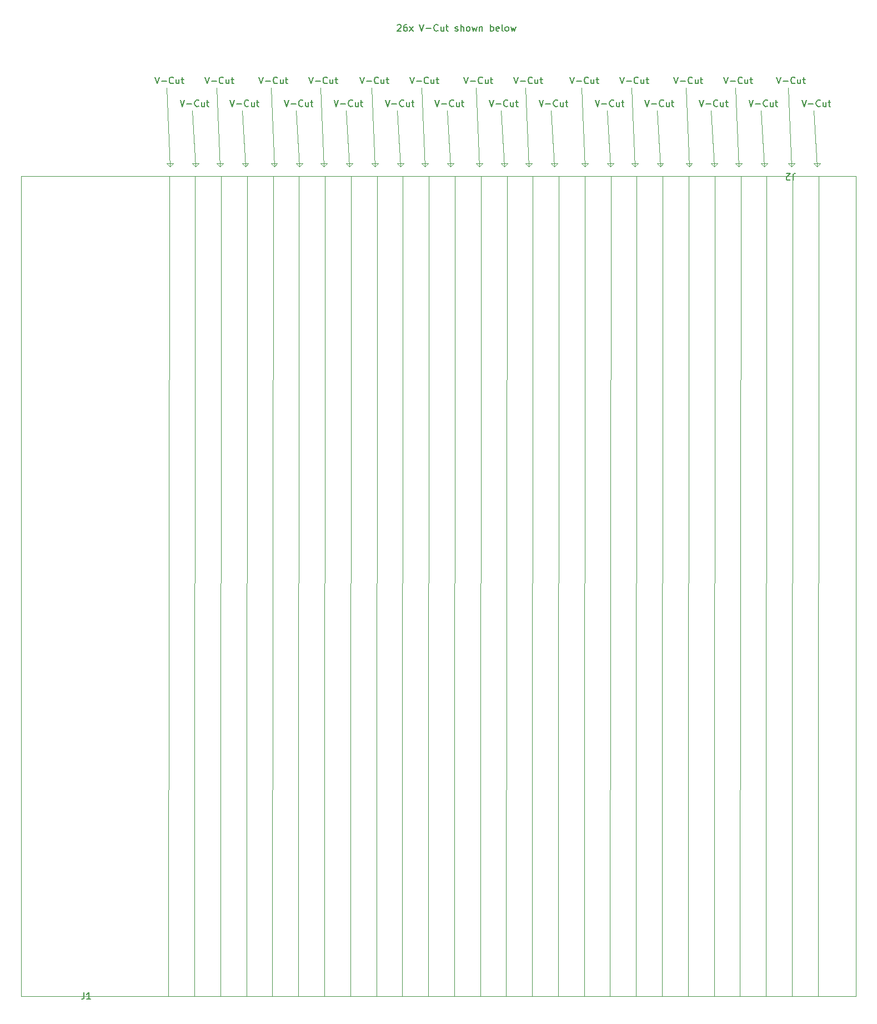
<source format=gbr>
%TF.GenerationSoftware,KiCad,Pcbnew,9.0.2*%
%TF.CreationDate,2025-08-03T14:20:54-04:00*%
%TF.ProjectId,hp_extension,68705f65-7874-4656-9e73-696f6e2e6b69,AA*%
%TF.SameCoordinates,Original*%
%TF.FileFunction,AssemblyDrawing,Top*%
%FSLAX46Y46*%
G04 Gerber Fmt 4.6, Leading zero omitted, Abs format (unit mm)*
G04 Created by KiCad (PCBNEW 9.0.2) date 2025-08-03 14:20:54*
%MOMM*%
%LPD*%
G01*
G04 APERTURE LIST*
%ADD10C,0.150000*%
%ADD11C,0.100000*%
G04 APERTURE END LIST*
D10*
X96639160Y-21495057D02*
X96686779Y-21447438D01*
X96686779Y-21447438D02*
X96782017Y-21399819D01*
X96782017Y-21399819D02*
X97020112Y-21399819D01*
X97020112Y-21399819D02*
X97115350Y-21447438D01*
X97115350Y-21447438D02*
X97162969Y-21495057D01*
X97162969Y-21495057D02*
X97210588Y-21590295D01*
X97210588Y-21590295D02*
X97210588Y-21685533D01*
X97210588Y-21685533D02*
X97162969Y-21828390D01*
X97162969Y-21828390D02*
X96591541Y-22399819D01*
X96591541Y-22399819D02*
X97210588Y-22399819D01*
X98067731Y-21399819D02*
X97877255Y-21399819D01*
X97877255Y-21399819D02*
X97782017Y-21447438D01*
X97782017Y-21447438D02*
X97734398Y-21495057D01*
X97734398Y-21495057D02*
X97639160Y-21637914D01*
X97639160Y-21637914D02*
X97591541Y-21828390D01*
X97591541Y-21828390D02*
X97591541Y-22209342D01*
X97591541Y-22209342D02*
X97639160Y-22304580D01*
X97639160Y-22304580D02*
X97686779Y-22352200D01*
X97686779Y-22352200D02*
X97782017Y-22399819D01*
X97782017Y-22399819D02*
X97972493Y-22399819D01*
X97972493Y-22399819D02*
X98067731Y-22352200D01*
X98067731Y-22352200D02*
X98115350Y-22304580D01*
X98115350Y-22304580D02*
X98162969Y-22209342D01*
X98162969Y-22209342D02*
X98162969Y-21971247D01*
X98162969Y-21971247D02*
X98115350Y-21876009D01*
X98115350Y-21876009D02*
X98067731Y-21828390D01*
X98067731Y-21828390D02*
X97972493Y-21780771D01*
X97972493Y-21780771D02*
X97782017Y-21780771D01*
X97782017Y-21780771D02*
X97686779Y-21828390D01*
X97686779Y-21828390D02*
X97639160Y-21876009D01*
X97639160Y-21876009D02*
X97591541Y-21971247D01*
X98496303Y-22399819D02*
X99020112Y-21733152D01*
X98496303Y-21733152D02*
X99020112Y-22399819D01*
X100020113Y-21399819D02*
X100353446Y-22399819D01*
X100353446Y-22399819D02*
X100686779Y-21399819D01*
X101020113Y-22018866D02*
X101782018Y-22018866D01*
X102829636Y-22304580D02*
X102782017Y-22352200D01*
X102782017Y-22352200D02*
X102639160Y-22399819D01*
X102639160Y-22399819D02*
X102543922Y-22399819D01*
X102543922Y-22399819D02*
X102401065Y-22352200D01*
X102401065Y-22352200D02*
X102305827Y-22256961D01*
X102305827Y-22256961D02*
X102258208Y-22161723D01*
X102258208Y-22161723D02*
X102210589Y-21971247D01*
X102210589Y-21971247D02*
X102210589Y-21828390D01*
X102210589Y-21828390D02*
X102258208Y-21637914D01*
X102258208Y-21637914D02*
X102305827Y-21542676D01*
X102305827Y-21542676D02*
X102401065Y-21447438D01*
X102401065Y-21447438D02*
X102543922Y-21399819D01*
X102543922Y-21399819D02*
X102639160Y-21399819D01*
X102639160Y-21399819D02*
X102782017Y-21447438D01*
X102782017Y-21447438D02*
X102829636Y-21495057D01*
X103686779Y-21733152D02*
X103686779Y-22399819D01*
X103258208Y-21733152D02*
X103258208Y-22256961D01*
X103258208Y-22256961D02*
X103305827Y-22352200D01*
X103305827Y-22352200D02*
X103401065Y-22399819D01*
X103401065Y-22399819D02*
X103543922Y-22399819D01*
X103543922Y-22399819D02*
X103639160Y-22352200D01*
X103639160Y-22352200D02*
X103686779Y-22304580D01*
X104020113Y-21733152D02*
X104401065Y-21733152D01*
X104162970Y-21399819D02*
X104162970Y-22256961D01*
X104162970Y-22256961D02*
X104210589Y-22352200D01*
X104210589Y-22352200D02*
X104305827Y-22399819D01*
X104305827Y-22399819D02*
X104401065Y-22399819D01*
X105448685Y-22352200D02*
X105543923Y-22399819D01*
X105543923Y-22399819D02*
X105734399Y-22399819D01*
X105734399Y-22399819D02*
X105829637Y-22352200D01*
X105829637Y-22352200D02*
X105877256Y-22256961D01*
X105877256Y-22256961D02*
X105877256Y-22209342D01*
X105877256Y-22209342D02*
X105829637Y-22114104D01*
X105829637Y-22114104D02*
X105734399Y-22066485D01*
X105734399Y-22066485D02*
X105591542Y-22066485D01*
X105591542Y-22066485D02*
X105496304Y-22018866D01*
X105496304Y-22018866D02*
X105448685Y-21923628D01*
X105448685Y-21923628D02*
X105448685Y-21876009D01*
X105448685Y-21876009D02*
X105496304Y-21780771D01*
X105496304Y-21780771D02*
X105591542Y-21733152D01*
X105591542Y-21733152D02*
X105734399Y-21733152D01*
X105734399Y-21733152D02*
X105829637Y-21780771D01*
X106305828Y-22399819D02*
X106305828Y-21399819D01*
X106734399Y-22399819D02*
X106734399Y-21876009D01*
X106734399Y-21876009D02*
X106686780Y-21780771D01*
X106686780Y-21780771D02*
X106591542Y-21733152D01*
X106591542Y-21733152D02*
X106448685Y-21733152D01*
X106448685Y-21733152D02*
X106353447Y-21780771D01*
X106353447Y-21780771D02*
X106305828Y-21828390D01*
X107353447Y-22399819D02*
X107258209Y-22352200D01*
X107258209Y-22352200D02*
X107210590Y-22304580D01*
X107210590Y-22304580D02*
X107162971Y-22209342D01*
X107162971Y-22209342D02*
X107162971Y-21923628D01*
X107162971Y-21923628D02*
X107210590Y-21828390D01*
X107210590Y-21828390D02*
X107258209Y-21780771D01*
X107258209Y-21780771D02*
X107353447Y-21733152D01*
X107353447Y-21733152D02*
X107496304Y-21733152D01*
X107496304Y-21733152D02*
X107591542Y-21780771D01*
X107591542Y-21780771D02*
X107639161Y-21828390D01*
X107639161Y-21828390D02*
X107686780Y-21923628D01*
X107686780Y-21923628D02*
X107686780Y-22209342D01*
X107686780Y-22209342D02*
X107639161Y-22304580D01*
X107639161Y-22304580D02*
X107591542Y-22352200D01*
X107591542Y-22352200D02*
X107496304Y-22399819D01*
X107496304Y-22399819D02*
X107353447Y-22399819D01*
X108020114Y-21733152D02*
X108210590Y-22399819D01*
X108210590Y-22399819D02*
X108401066Y-21923628D01*
X108401066Y-21923628D02*
X108591542Y-22399819D01*
X108591542Y-22399819D02*
X108782018Y-21733152D01*
X109162971Y-21733152D02*
X109162971Y-22399819D01*
X109162971Y-21828390D02*
X109210590Y-21780771D01*
X109210590Y-21780771D02*
X109305828Y-21733152D01*
X109305828Y-21733152D02*
X109448685Y-21733152D01*
X109448685Y-21733152D02*
X109543923Y-21780771D01*
X109543923Y-21780771D02*
X109591542Y-21876009D01*
X109591542Y-21876009D02*
X109591542Y-22399819D01*
X110829638Y-22399819D02*
X110829638Y-21399819D01*
X110829638Y-21780771D02*
X110924876Y-21733152D01*
X110924876Y-21733152D02*
X111115352Y-21733152D01*
X111115352Y-21733152D02*
X111210590Y-21780771D01*
X111210590Y-21780771D02*
X111258209Y-21828390D01*
X111258209Y-21828390D02*
X111305828Y-21923628D01*
X111305828Y-21923628D02*
X111305828Y-22209342D01*
X111305828Y-22209342D02*
X111258209Y-22304580D01*
X111258209Y-22304580D02*
X111210590Y-22352200D01*
X111210590Y-22352200D02*
X111115352Y-22399819D01*
X111115352Y-22399819D02*
X110924876Y-22399819D01*
X110924876Y-22399819D02*
X110829638Y-22352200D01*
X112115352Y-22352200D02*
X112020114Y-22399819D01*
X112020114Y-22399819D02*
X111829638Y-22399819D01*
X111829638Y-22399819D02*
X111734400Y-22352200D01*
X111734400Y-22352200D02*
X111686781Y-22256961D01*
X111686781Y-22256961D02*
X111686781Y-21876009D01*
X111686781Y-21876009D02*
X111734400Y-21780771D01*
X111734400Y-21780771D02*
X111829638Y-21733152D01*
X111829638Y-21733152D02*
X112020114Y-21733152D01*
X112020114Y-21733152D02*
X112115352Y-21780771D01*
X112115352Y-21780771D02*
X112162971Y-21876009D01*
X112162971Y-21876009D02*
X112162971Y-21971247D01*
X112162971Y-21971247D02*
X111686781Y-22066485D01*
X112734400Y-22399819D02*
X112639162Y-22352200D01*
X112639162Y-22352200D02*
X112591543Y-22256961D01*
X112591543Y-22256961D02*
X112591543Y-21399819D01*
X113258210Y-22399819D02*
X113162972Y-22352200D01*
X113162972Y-22352200D02*
X113115353Y-22304580D01*
X113115353Y-22304580D02*
X113067734Y-22209342D01*
X113067734Y-22209342D02*
X113067734Y-21923628D01*
X113067734Y-21923628D02*
X113115353Y-21828390D01*
X113115353Y-21828390D02*
X113162972Y-21780771D01*
X113162972Y-21780771D02*
X113258210Y-21733152D01*
X113258210Y-21733152D02*
X113401067Y-21733152D01*
X113401067Y-21733152D02*
X113496305Y-21780771D01*
X113496305Y-21780771D02*
X113543924Y-21828390D01*
X113543924Y-21828390D02*
X113591543Y-21923628D01*
X113591543Y-21923628D02*
X113591543Y-22209342D01*
X113591543Y-22209342D02*
X113543924Y-22304580D01*
X113543924Y-22304580D02*
X113496305Y-22352200D01*
X113496305Y-22352200D02*
X113401067Y-22399819D01*
X113401067Y-22399819D02*
X113258210Y-22399819D01*
X113924877Y-21733152D02*
X114115353Y-22399819D01*
X114115353Y-22399819D02*
X114305829Y-21923628D01*
X114305829Y-21923628D02*
X114496305Y-22399819D01*
X114496305Y-22399819D02*
X114686781Y-21733152D01*
D11*
X156750000Y-43030000D02*
X157250000Y-42530000D01*
D10*
X154443922Y-29399819D02*
X154777255Y-30399819D01*
X154777255Y-30399819D02*
X155110588Y-29399819D01*
X155443922Y-30018866D02*
X156205827Y-30018866D01*
X157253445Y-30304580D02*
X157205826Y-30352200D01*
X157205826Y-30352200D02*
X157062969Y-30399819D01*
X157062969Y-30399819D02*
X156967731Y-30399819D01*
X156967731Y-30399819D02*
X156824874Y-30352200D01*
X156824874Y-30352200D02*
X156729636Y-30256961D01*
X156729636Y-30256961D02*
X156682017Y-30161723D01*
X156682017Y-30161723D02*
X156634398Y-29971247D01*
X156634398Y-29971247D02*
X156634398Y-29828390D01*
X156634398Y-29828390D02*
X156682017Y-29637914D01*
X156682017Y-29637914D02*
X156729636Y-29542676D01*
X156729636Y-29542676D02*
X156824874Y-29447438D01*
X156824874Y-29447438D02*
X156967731Y-29399819D01*
X156967731Y-29399819D02*
X157062969Y-29399819D01*
X157062969Y-29399819D02*
X157205826Y-29447438D01*
X157205826Y-29447438D02*
X157253445Y-29495057D01*
X158110588Y-29733152D02*
X158110588Y-30399819D01*
X157682017Y-29733152D02*
X157682017Y-30256961D01*
X157682017Y-30256961D02*
X157729636Y-30352200D01*
X157729636Y-30352200D02*
X157824874Y-30399819D01*
X157824874Y-30399819D02*
X157967731Y-30399819D01*
X157967731Y-30399819D02*
X158062969Y-30352200D01*
X158062969Y-30352200D02*
X158110588Y-30304580D01*
X158443922Y-29733152D02*
X158824874Y-29733152D01*
X158586779Y-29399819D02*
X158586779Y-30256961D01*
X158586779Y-30256961D02*
X158634398Y-30352200D01*
X158634398Y-30352200D02*
X158729636Y-30399819D01*
X158729636Y-30399819D02*
X158824874Y-30399819D01*
D11*
X156250000Y-31030000D02*
X156750000Y-43030000D01*
X156250000Y-42530000D02*
X156750000Y-43030000D01*
D10*
X158293922Y-32899819D02*
X158627255Y-33899819D01*
X158627255Y-33899819D02*
X158960588Y-32899819D01*
X159293922Y-33518866D02*
X160055827Y-33518866D01*
X161103445Y-33804580D02*
X161055826Y-33852200D01*
X161055826Y-33852200D02*
X160912969Y-33899819D01*
X160912969Y-33899819D02*
X160817731Y-33899819D01*
X160817731Y-33899819D02*
X160674874Y-33852200D01*
X160674874Y-33852200D02*
X160579636Y-33756961D01*
X160579636Y-33756961D02*
X160532017Y-33661723D01*
X160532017Y-33661723D02*
X160484398Y-33471247D01*
X160484398Y-33471247D02*
X160484398Y-33328390D01*
X160484398Y-33328390D02*
X160532017Y-33137914D01*
X160532017Y-33137914D02*
X160579636Y-33042676D01*
X160579636Y-33042676D02*
X160674874Y-32947438D01*
X160674874Y-32947438D02*
X160817731Y-32899819D01*
X160817731Y-32899819D02*
X160912969Y-32899819D01*
X160912969Y-32899819D02*
X161055826Y-32947438D01*
X161055826Y-32947438D02*
X161103445Y-32995057D01*
X161960588Y-33233152D02*
X161960588Y-33899819D01*
X161532017Y-33233152D02*
X161532017Y-33756961D01*
X161532017Y-33756961D02*
X161579636Y-33852200D01*
X161579636Y-33852200D02*
X161674874Y-33899819D01*
X161674874Y-33899819D02*
X161817731Y-33899819D01*
X161817731Y-33899819D02*
X161912969Y-33852200D01*
X161912969Y-33852200D02*
X161960588Y-33804580D01*
X162293922Y-33233152D02*
X162674874Y-33233152D01*
X162436779Y-32899819D02*
X162436779Y-33756961D01*
X162436779Y-33756961D02*
X162484398Y-33852200D01*
X162484398Y-33852200D02*
X162579636Y-33899819D01*
X162579636Y-33899819D02*
X162674874Y-33899819D01*
D11*
X160600000Y-43030000D02*
X161100000Y-42530000D01*
X157250000Y-42530000D02*
X156250000Y-42530000D01*
X161100000Y-42530000D02*
X160100000Y-42530000D01*
X160100000Y-42530000D02*
X160600000Y-43030000D01*
X160100000Y-34530000D02*
X160600000Y-43030000D01*
X125250000Y-43030000D02*
X125750000Y-42530000D01*
X132350000Y-31030000D02*
X132850000Y-43030000D01*
X153050000Y-42530000D02*
X152050000Y-42530000D01*
X144450000Y-42530000D02*
X144950000Y-43030000D01*
X148200000Y-31030000D02*
X148700000Y-43030000D01*
X149200000Y-42530000D02*
X148200000Y-42530000D01*
X148700000Y-43030000D02*
X149200000Y-42530000D01*
X133350000Y-42530000D02*
X132350000Y-42530000D01*
X140600000Y-42530000D02*
X141100000Y-43030000D01*
X152050000Y-42530000D02*
X152550000Y-43030000D01*
D10*
X142643922Y-32899819D02*
X142977255Y-33899819D01*
X142977255Y-33899819D02*
X143310588Y-32899819D01*
X143643922Y-33518866D02*
X144405827Y-33518866D01*
X145453445Y-33804580D02*
X145405826Y-33852200D01*
X145405826Y-33852200D02*
X145262969Y-33899819D01*
X145262969Y-33899819D02*
X145167731Y-33899819D01*
X145167731Y-33899819D02*
X145024874Y-33852200D01*
X145024874Y-33852200D02*
X144929636Y-33756961D01*
X144929636Y-33756961D02*
X144882017Y-33661723D01*
X144882017Y-33661723D02*
X144834398Y-33471247D01*
X144834398Y-33471247D02*
X144834398Y-33328390D01*
X144834398Y-33328390D02*
X144882017Y-33137914D01*
X144882017Y-33137914D02*
X144929636Y-33042676D01*
X144929636Y-33042676D02*
X145024874Y-32947438D01*
X145024874Y-32947438D02*
X145167731Y-32899819D01*
X145167731Y-32899819D02*
X145262969Y-32899819D01*
X145262969Y-32899819D02*
X145405826Y-32947438D01*
X145405826Y-32947438D02*
X145453445Y-32995057D01*
X146310588Y-33233152D02*
X146310588Y-33899819D01*
X145882017Y-33233152D02*
X145882017Y-33756961D01*
X145882017Y-33756961D02*
X145929636Y-33852200D01*
X145929636Y-33852200D02*
X146024874Y-33899819D01*
X146024874Y-33899819D02*
X146167731Y-33899819D01*
X146167731Y-33899819D02*
X146262969Y-33852200D01*
X146262969Y-33852200D02*
X146310588Y-33804580D01*
X146643922Y-33233152D02*
X147024874Y-33233152D01*
X146786779Y-32899819D02*
X146786779Y-33756961D01*
X146786779Y-33756961D02*
X146834398Y-33852200D01*
X146834398Y-33852200D02*
X146929636Y-33899819D01*
X146929636Y-33899819D02*
X147024874Y-33899819D01*
D11*
X132350000Y-42530000D02*
X132850000Y-43030000D01*
X136200000Y-34530000D02*
X136700000Y-43030000D01*
D10*
X122943922Y-29399819D02*
X123277255Y-30399819D01*
X123277255Y-30399819D02*
X123610588Y-29399819D01*
X123943922Y-30018866D02*
X124705827Y-30018866D01*
X125753445Y-30304580D02*
X125705826Y-30352200D01*
X125705826Y-30352200D02*
X125562969Y-30399819D01*
X125562969Y-30399819D02*
X125467731Y-30399819D01*
X125467731Y-30399819D02*
X125324874Y-30352200D01*
X125324874Y-30352200D02*
X125229636Y-30256961D01*
X125229636Y-30256961D02*
X125182017Y-30161723D01*
X125182017Y-30161723D02*
X125134398Y-29971247D01*
X125134398Y-29971247D02*
X125134398Y-29828390D01*
X125134398Y-29828390D02*
X125182017Y-29637914D01*
X125182017Y-29637914D02*
X125229636Y-29542676D01*
X125229636Y-29542676D02*
X125324874Y-29447438D01*
X125324874Y-29447438D02*
X125467731Y-29399819D01*
X125467731Y-29399819D02*
X125562969Y-29399819D01*
X125562969Y-29399819D02*
X125705826Y-29447438D01*
X125705826Y-29447438D02*
X125753445Y-29495057D01*
X126610588Y-29733152D02*
X126610588Y-30399819D01*
X126182017Y-29733152D02*
X126182017Y-30256961D01*
X126182017Y-30256961D02*
X126229636Y-30352200D01*
X126229636Y-30352200D02*
X126324874Y-30399819D01*
X126324874Y-30399819D02*
X126467731Y-30399819D01*
X126467731Y-30399819D02*
X126562969Y-30352200D01*
X126562969Y-30352200D02*
X126610588Y-30304580D01*
X126943922Y-29733152D02*
X127324874Y-29733152D01*
X127086779Y-29399819D02*
X127086779Y-30256961D01*
X127086779Y-30256961D02*
X127134398Y-30352200D01*
X127134398Y-30352200D02*
X127229636Y-30399819D01*
X127229636Y-30399819D02*
X127324874Y-30399819D01*
X134393922Y-32899819D02*
X134727255Y-33899819D01*
X134727255Y-33899819D02*
X135060588Y-32899819D01*
X135393922Y-33518866D02*
X136155827Y-33518866D01*
X137203445Y-33804580D02*
X137155826Y-33852200D01*
X137155826Y-33852200D02*
X137012969Y-33899819D01*
X137012969Y-33899819D02*
X136917731Y-33899819D01*
X136917731Y-33899819D02*
X136774874Y-33852200D01*
X136774874Y-33852200D02*
X136679636Y-33756961D01*
X136679636Y-33756961D02*
X136632017Y-33661723D01*
X136632017Y-33661723D02*
X136584398Y-33471247D01*
X136584398Y-33471247D02*
X136584398Y-33328390D01*
X136584398Y-33328390D02*
X136632017Y-33137914D01*
X136632017Y-33137914D02*
X136679636Y-33042676D01*
X136679636Y-33042676D02*
X136774874Y-32947438D01*
X136774874Y-32947438D02*
X136917731Y-32899819D01*
X136917731Y-32899819D02*
X137012969Y-32899819D01*
X137012969Y-32899819D02*
X137155826Y-32947438D01*
X137155826Y-32947438D02*
X137203445Y-32995057D01*
X138060588Y-33233152D02*
X138060588Y-33899819D01*
X137632017Y-33233152D02*
X137632017Y-33756961D01*
X137632017Y-33756961D02*
X137679636Y-33852200D01*
X137679636Y-33852200D02*
X137774874Y-33899819D01*
X137774874Y-33899819D02*
X137917731Y-33899819D01*
X137917731Y-33899819D02*
X138012969Y-33852200D01*
X138012969Y-33852200D02*
X138060588Y-33804580D01*
X138393922Y-33233152D02*
X138774874Y-33233152D01*
X138536779Y-32899819D02*
X138536779Y-33756961D01*
X138536779Y-33756961D02*
X138584398Y-33852200D01*
X138584398Y-33852200D02*
X138679636Y-33899819D01*
X138679636Y-33899819D02*
X138774874Y-33899819D01*
D11*
X124750000Y-31030000D02*
X125250000Y-43030000D01*
X124750000Y-42530000D02*
X125250000Y-43030000D01*
D10*
X150243922Y-32899819D02*
X150577255Y-33899819D01*
X150577255Y-33899819D02*
X150910588Y-32899819D01*
X151243922Y-33518866D02*
X152005827Y-33518866D01*
X153053445Y-33804580D02*
X153005826Y-33852200D01*
X153005826Y-33852200D02*
X152862969Y-33899819D01*
X152862969Y-33899819D02*
X152767731Y-33899819D01*
X152767731Y-33899819D02*
X152624874Y-33852200D01*
X152624874Y-33852200D02*
X152529636Y-33756961D01*
X152529636Y-33756961D02*
X152482017Y-33661723D01*
X152482017Y-33661723D02*
X152434398Y-33471247D01*
X152434398Y-33471247D02*
X152434398Y-33328390D01*
X152434398Y-33328390D02*
X152482017Y-33137914D01*
X152482017Y-33137914D02*
X152529636Y-33042676D01*
X152529636Y-33042676D02*
X152624874Y-32947438D01*
X152624874Y-32947438D02*
X152767731Y-32899819D01*
X152767731Y-32899819D02*
X152862969Y-32899819D01*
X152862969Y-32899819D02*
X153005826Y-32947438D01*
X153005826Y-32947438D02*
X153053445Y-32995057D01*
X153910588Y-33233152D02*
X153910588Y-33899819D01*
X153482017Y-33233152D02*
X153482017Y-33756961D01*
X153482017Y-33756961D02*
X153529636Y-33852200D01*
X153529636Y-33852200D02*
X153624874Y-33899819D01*
X153624874Y-33899819D02*
X153767731Y-33899819D01*
X153767731Y-33899819D02*
X153862969Y-33852200D01*
X153862969Y-33852200D02*
X153910588Y-33804580D01*
X154243922Y-33233152D02*
X154624874Y-33233152D01*
X154386779Y-32899819D02*
X154386779Y-33756961D01*
X154386779Y-33756961D02*
X154434398Y-33852200D01*
X154434398Y-33852200D02*
X154529636Y-33899819D01*
X154529636Y-33899819D02*
X154624874Y-33899819D01*
D11*
X140600000Y-31030000D02*
X141100000Y-43030000D01*
X136200000Y-42530000D02*
X136700000Y-43030000D01*
X141100000Y-43030000D02*
X141600000Y-42530000D01*
D10*
X126793922Y-32899819D02*
X127127255Y-33899819D01*
X127127255Y-33899819D02*
X127460588Y-32899819D01*
X127793922Y-33518866D02*
X128555827Y-33518866D01*
X129603445Y-33804580D02*
X129555826Y-33852200D01*
X129555826Y-33852200D02*
X129412969Y-33899819D01*
X129412969Y-33899819D02*
X129317731Y-33899819D01*
X129317731Y-33899819D02*
X129174874Y-33852200D01*
X129174874Y-33852200D02*
X129079636Y-33756961D01*
X129079636Y-33756961D02*
X129032017Y-33661723D01*
X129032017Y-33661723D02*
X128984398Y-33471247D01*
X128984398Y-33471247D02*
X128984398Y-33328390D01*
X128984398Y-33328390D02*
X129032017Y-33137914D01*
X129032017Y-33137914D02*
X129079636Y-33042676D01*
X129079636Y-33042676D02*
X129174874Y-32947438D01*
X129174874Y-32947438D02*
X129317731Y-32899819D01*
X129317731Y-32899819D02*
X129412969Y-32899819D01*
X129412969Y-32899819D02*
X129555826Y-32947438D01*
X129555826Y-32947438D02*
X129603445Y-32995057D01*
X130460588Y-33233152D02*
X130460588Y-33899819D01*
X130032017Y-33233152D02*
X130032017Y-33756961D01*
X130032017Y-33756961D02*
X130079636Y-33852200D01*
X130079636Y-33852200D02*
X130174874Y-33899819D01*
X130174874Y-33899819D02*
X130317731Y-33899819D01*
X130317731Y-33899819D02*
X130412969Y-33852200D01*
X130412969Y-33852200D02*
X130460588Y-33804580D01*
X130793922Y-33233152D02*
X131174874Y-33233152D01*
X130936779Y-32899819D02*
X130936779Y-33756961D01*
X130936779Y-33756961D02*
X130984398Y-33852200D01*
X130984398Y-33852200D02*
X131079636Y-33899819D01*
X131079636Y-33899819D02*
X131174874Y-33899819D01*
D11*
X129100000Y-43030000D02*
X129600000Y-42530000D01*
X125750000Y-42530000D02*
X124750000Y-42530000D01*
D10*
X146393922Y-29399819D02*
X146727255Y-30399819D01*
X146727255Y-30399819D02*
X147060588Y-29399819D01*
X147393922Y-30018866D02*
X148155827Y-30018866D01*
X149203445Y-30304580D02*
X149155826Y-30352200D01*
X149155826Y-30352200D02*
X149012969Y-30399819D01*
X149012969Y-30399819D02*
X148917731Y-30399819D01*
X148917731Y-30399819D02*
X148774874Y-30352200D01*
X148774874Y-30352200D02*
X148679636Y-30256961D01*
X148679636Y-30256961D02*
X148632017Y-30161723D01*
X148632017Y-30161723D02*
X148584398Y-29971247D01*
X148584398Y-29971247D02*
X148584398Y-29828390D01*
X148584398Y-29828390D02*
X148632017Y-29637914D01*
X148632017Y-29637914D02*
X148679636Y-29542676D01*
X148679636Y-29542676D02*
X148774874Y-29447438D01*
X148774874Y-29447438D02*
X148917731Y-29399819D01*
X148917731Y-29399819D02*
X149012969Y-29399819D01*
X149012969Y-29399819D02*
X149155826Y-29447438D01*
X149155826Y-29447438D02*
X149203445Y-29495057D01*
X150060588Y-29733152D02*
X150060588Y-30399819D01*
X149632017Y-29733152D02*
X149632017Y-30256961D01*
X149632017Y-30256961D02*
X149679636Y-30352200D01*
X149679636Y-30352200D02*
X149774874Y-30399819D01*
X149774874Y-30399819D02*
X149917731Y-30399819D01*
X149917731Y-30399819D02*
X150012969Y-30352200D01*
X150012969Y-30352200D02*
X150060588Y-30304580D01*
X150393922Y-29733152D02*
X150774874Y-29733152D01*
X150536779Y-29399819D02*
X150536779Y-30256961D01*
X150536779Y-30256961D02*
X150584398Y-30352200D01*
X150584398Y-30352200D02*
X150679636Y-30399819D01*
X150679636Y-30399819D02*
X150774874Y-30399819D01*
D11*
X144950000Y-43030000D02*
X145450000Y-42530000D01*
X141600000Y-42530000D02*
X140600000Y-42530000D01*
X132850000Y-43030000D02*
X133350000Y-42530000D01*
D10*
X130543922Y-29399819D02*
X130877255Y-30399819D01*
X130877255Y-30399819D02*
X131210588Y-29399819D01*
X131543922Y-30018866D02*
X132305827Y-30018866D01*
X133353445Y-30304580D02*
X133305826Y-30352200D01*
X133305826Y-30352200D02*
X133162969Y-30399819D01*
X133162969Y-30399819D02*
X133067731Y-30399819D01*
X133067731Y-30399819D02*
X132924874Y-30352200D01*
X132924874Y-30352200D02*
X132829636Y-30256961D01*
X132829636Y-30256961D02*
X132782017Y-30161723D01*
X132782017Y-30161723D02*
X132734398Y-29971247D01*
X132734398Y-29971247D02*
X132734398Y-29828390D01*
X132734398Y-29828390D02*
X132782017Y-29637914D01*
X132782017Y-29637914D02*
X132829636Y-29542676D01*
X132829636Y-29542676D02*
X132924874Y-29447438D01*
X132924874Y-29447438D02*
X133067731Y-29399819D01*
X133067731Y-29399819D02*
X133162969Y-29399819D01*
X133162969Y-29399819D02*
X133305826Y-29447438D01*
X133305826Y-29447438D02*
X133353445Y-29495057D01*
X134210588Y-29733152D02*
X134210588Y-30399819D01*
X133782017Y-29733152D02*
X133782017Y-30256961D01*
X133782017Y-30256961D02*
X133829636Y-30352200D01*
X133829636Y-30352200D02*
X133924874Y-30399819D01*
X133924874Y-30399819D02*
X134067731Y-30399819D01*
X134067731Y-30399819D02*
X134162969Y-30352200D01*
X134162969Y-30352200D02*
X134210588Y-30304580D01*
X134543922Y-29733152D02*
X134924874Y-29733152D01*
X134686779Y-29399819D02*
X134686779Y-30256961D01*
X134686779Y-30256961D02*
X134734398Y-30352200D01*
X134734398Y-30352200D02*
X134829636Y-30399819D01*
X134829636Y-30399819D02*
X134924874Y-30399819D01*
D11*
X136700000Y-43030000D02*
X137200000Y-42530000D01*
X129600000Y-42530000D02*
X128600000Y-42530000D01*
X148200000Y-42530000D02*
X148700000Y-43030000D01*
X152050000Y-34530000D02*
X152550000Y-43030000D01*
X137200000Y-42530000D02*
X136200000Y-42530000D01*
D10*
X138793922Y-29399819D02*
X139127255Y-30399819D01*
X139127255Y-30399819D02*
X139460588Y-29399819D01*
X139793922Y-30018866D02*
X140555827Y-30018866D01*
X141603445Y-30304580D02*
X141555826Y-30352200D01*
X141555826Y-30352200D02*
X141412969Y-30399819D01*
X141412969Y-30399819D02*
X141317731Y-30399819D01*
X141317731Y-30399819D02*
X141174874Y-30352200D01*
X141174874Y-30352200D02*
X141079636Y-30256961D01*
X141079636Y-30256961D02*
X141032017Y-30161723D01*
X141032017Y-30161723D02*
X140984398Y-29971247D01*
X140984398Y-29971247D02*
X140984398Y-29828390D01*
X140984398Y-29828390D02*
X141032017Y-29637914D01*
X141032017Y-29637914D02*
X141079636Y-29542676D01*
X141079636Y-29542676D02*
X141174874Y-29447438D01*
X141174874Y-29447438D02*
X141317731Y-29399819D01*
X141317731Y-29399819D02*
X141412969Y-29399819D01*
X141412969Y-29399819D02*
X141555826Y-29447438D01*
X141555826Y-29447438D02*
X141603445Y-29495057D01*
X142460588Y-29733152D02*
X142460588Y-30399819D01*
X142032017Y-29733152D02*
X142032017Y-30256961D01*
X142032017Y-30256961D02*
X142079636Y-30352200D01*
X142079636Y-30352200D02*
X142174874Y-30399819D01*
X142174874Y-30399819D02*
X142317731Y-30399819D01*
X142317731Y-30399819D02*
X142412969Y-30352200D01*
X142412969Y-30352200D02*
X142460588Y-30304580D01*
X142793922Y-29733152D02*
X143174874Y-29733152D01*
X142936779Y-29399819D02*
X142936779Y-30256961D01*
X142936779Y-30256961D02*
X142984398Y-30352200D01*
X142984398Y-30352200D02*
X143079636Y-30399819D01*
X143079636Y-30399819D02*
X143174874Y-30399819D01*
D11*
X128600000Y-42530000D02*
X129100000Y-43030000D01*
X152550000Y-43030000D02*
X153050000Y-42530000D01*
X145450000Y-42530000D02*
X144450000Y-42530000D01*
X144450000Y-34530000D02*
X144950000Y-43030000D01*
X128600000Y-34530000D02*
X129100000Y-43030000D01*
X93250000Y-43030000D02*
X93750000Y-42530000D01*
X100350000Y-31030000D02*
X100850000Y-43030000D01*
X121050000Y-42530000D02*
X120050000Y-42530000D01*
X112450000Y-42530000D02*
X112950000Y-43030000D01*
X116200000Y-31030000D02*
X116700000Y-43030000D01*
X117200000Y-42530000D02*
X116200000Y-42530000D01*
X116700000Y-43030000D02*
X117200000Y-42530000D01*
X101350000Y-42530000D02*
X100350000Y-42530000D01*
X108600000Y-42530000D02*
X109100000Y-43030000D01*
X120050000Y-42530000D02*
X120550000Y-43030000D01*
D10*
X110643922Y-32899819D02*
X110977255Y-33899819D01*
X110977255Y-33899819D02*
X111310588Y-32899819D01*
X111643922Y-33518866D02*
X112405827Y-33518866D01*
X113453445Y-33804580D02*
X113405826Y-33852200D01*
X113405826Y-33852200D02*
X113262969Y-33899819D01*
X113262969Y-33899819D02*
X113167731Y-33899819D01*
X113167731Y-33899819D02*
X113024874Y-33852200D01*
X113024874Y-33852200D02*
X112929636Y-33756961D01*
X112929636Y-33756961D02*
X112882017Y-33661723D01*
X112882017Y-33661723D02*
X112834398Y-33471247D01*
X112834398Y-33471247D02*
X112834398Y-33328390D01*
X112834398Y-33328390D02*
X112882017Y-33137914D01*
X112882017Y-33137914D02*
X112929636Y-33042676D01*
X112929636Y-33042676D02*
X113024874Y-32947438D01*
X113024874Y-32947438D02*
X113167731Y-32899819D01*
X113167731Y-32899819D02*
X113262969Y-32899819D01*
X113262969Y-32899819D02*
X113405826Y-32947438D01*
X113405826Y-32947438D02*
X113453445Y-32995057D01*
X114310588Y-33233152D02*
X114310588Y-33899819D01*
X113882017Y-33233152D02*
X113882017Y-33756961D01*
X113882017Y-33756961D02*
X113929636Y-33852200D01*
X113929636Y-33852200D02*
X114024874Y-33899819D01*
X114024874Y-33899819D02*
X114167731Y-33899819D01*
X114167731Y-33899819D02*
X114262969Y-33852200D01*
X114262969Y-33852200D02*
X114310588Y-33804580D01*
X114643922Y-33233152D02*
X115024874Y-33233152D01*
X114786779Y-32899819D02*
X114786779Y-33756961D01*
X114786779Y-33756961D02*
X114834398Y-33852200D01*
X114834398Y-33852200D02*
X114929636Y-33899819D01*
X114929636Y-33899819D02*
X115024874Y-33899819D01*
D11*
X100350000Y-42530000D02*
X100850000Y-43030000D01*
X104200000Y-34530000D02*
X104700000Y-43030000D01*
D10*
X90943922Y-29399819D02*
X91277255Y-30399819D01*
X91277255Y-30399819D02*
X91610588Y-29399819D01*
X91943922Y-30018866D02*
X92705827Y-30018866D01*
X93753445Y-30304580D02*
X93705826Y-30352200D01*
X93705826Y-30352200D02*
X93562969Y-30399819D01*
X93562969Y-30399819D02*
X93467731Y-30399819D01*
X93467731Y-30399819D02*
X93324874Y-30352200D01*
X93324874Y-30352200D02*
X93229636Y-30256961D01*
X93229636Y-30256961D02*
X93182017Y-30161723D01*
X93182017Y-30161723D02*
X93134398Y-29971247D01*
X93134398Y-29971247D02*
X93134398Y-29828390D01*
X93134398Y-29828390D02*
X93182017Y-29637914D01*
X93182017Y-29637914D02*
X93229636Y-29542676D01*
X93229636Y-29542676D02*
X93324874Y-29447438D01*
X93324874Y-29447438D02*
X93467731Y-29399819D01*
X93467731Y-29399819D02*
X93562969Y-29399819D01*
X93562969Y-29399819D02*
X93705826Y-29447438D01*
X93705826Y-29447438D02*
X93753445Y-29495057D01*
X94610588Y-29733152D02*
X94610588Y-30399819D01*
X94182017Y-29733152D02*
X94182017Y-30256961D01*
X94182017Y-30256961D02*
X94229636Y-30352200D01*
X94229636Y-30352200D02*
X94324874Y-30399819D01*
X94324874Y-30399819D02*
X94467731Y-30399819D01*
X94467731Y-30399819D02*
X94562969Y-30352200D01*
X94562969Y-30352200D02*
X94610588Y-30304580D01*
X94943922Y-29733152D02*
X95324874Y-29733152D01*
X95086779Y-29399819D02*
X95086779Y-30256961D01*
X95086779Y-30256961D02*
X95134398Y-30352200D01*
X95134398Y-30352200D02*
X95229636Y-30399819D01*
X95229636Y-30399819D02*
X95324874Y-30399819D01*
X102393922Y-32899819D02*
X102727255Y-33899819D01*
X102727255Y-33899819D02*
X103060588Y-32899819D01*
X103393922Y-33518866D02*
X104155827Y-33518866D01*
X105203445Y-33804580D02*
X105155826Y-33852200D01*
X105155826Y-33852200D02*
X105012969Y-33899819D01*
X105012969Y-33899819D02*
X104917731Y-33899819D01*
X104917731Y-33899819D02*
X104774874Y-33852200D01*
X104774874Y-33852200D02*
X104679636Y-33756961D01*
X104679636Y-33756961D02*
X104632017Y-33661723D01*
X104632017Y-33661723D02*
X104584398Y-33471247D01*
X104584398Y-33471247D02*
X104584398Y-33328390D01*
X104584398Y-33328390D02*
X104632017Y-33137914D01*
X104632017Y-33137914D02*
X104679636Y-33042676D01*
X104679636Y-33042676D02*
X104774874Y-32947438D01*
X104774874Y-32947438D02*
X104917731Y-32899819D01*
X104917731Y-32899819D02*
X105012969Y-32899819D01*
X105012969Y-32899819D02*
X105155826Y-32947438D01*
X105155826Y-32947438D02*
X105203445Y-32995057D01*
X106060588Y-33233152D02*
X106060588Y-33899819D01*
X105632017Y-33233152D02*
X105632017Y-33756961D01*
X105632017Y-33756961D02*
X105679636Y-33852200D01*
X105679636Y-33852200D02*
X105774874Y-33899819D01*
X105774874Y-33899819D02*
X105917731Y-33899819D01*
X105917731Y-33899819D02*
X106012969Y-33852200D01*
X106012969Y-33852200D02*
X106060588Y-33804580D01*
X106393922Y-33233152D02*
X106774874Y-33233152D01*
X106536779Y-32899819D02*
X106536779Y-33756961D01*
X106536779Y-33756961D02*
X106584398Y-33852200D01*
X106584398Y-33852200D02*
X106679636Y-33899819D01*
X106679636Y-33899819D02*
X106774874Y-33899819D01*
D11*
X92750000Y-31030000D02*
X93250000Y-43030000D01*
X92750000Y-42530000D02*
X93250000Y-43030000D01*
D10*
X118243922Y-32899819D02*
X118577255Y-33899819D01*
X118577255Y-33899819D02*
X118910588Y-32899819D01*
X119243922Y-33518866D02*
X120005827Y-33518866D01*
X121053445Y-33804580D02*
X121005826Y-33852200D01*
X121005826Y-33852200D02*
X120862969Y-33899819D01*
X120862969Y-33899819D02*
X120767731Y-33899819D01*
X120767731Y-33899819D02*
X120624874Y-33852200D01*
X120624874Y-33852200D02*
X120529636Y-33756961D01*
X120529636Y-33756961D02*
X120482017Y-33661723D01*
X120482017Y-33661723D02*
X120434398Y-33471247D01*
X120434398Y-33471247D02*
X120434398Y-33328390D01*
X120434398Y-33328390D02*
X120482017Y-33137914D01*
X120482017Y-33137914D02*
X120529636Y-33042676D01*
X120529636Y-33042676D02*
X120624874Y-32947438D01*
X120624874Y-32947438D02*
X120767731Y-32899819D01*
X120767731Y-32899819D02*
X120862969Y-32899819D01*
X120862969Y-32899819D02*
X121005826Y-32947438D01*
X121005826Y-32947438D02*
X121053445Y-32995057D01*
X121910588Y-33233152D02*
X121910588Y-33899819D01*
X121482017Y-33233152D02*
X121482017Y-33756961D01*
X121482017Y-33756961D02*
X121529636Y-33852200D01*
X121529636Y-33852200D02*
X121624874Y-33899819D01*
X121624874Y-33899819D02*
X121767731Y-33899819D01*
X121767731Y-33899819D02*
X121862969Y-33852200D01*
X121862969Y-33852200D02*
X121910588Y-33804580D01*
X122243922Y-33233152D02*
X122624874Y-33233152D01*
X122386779Y-32899819D02*
X122386779Y-33756961D01*
X122386779Y-33756961D02*
X122434398Y-33852200D01*
X122434398Y-33852200D02*
X122529636Y-33899819D01*
X122529636Y-33899819D02*
X122624874Y-33899819D01*
D11*
X108600000Y-31030000D02*
X109100000Y-43030000D01*
X104200000Y-42530000D02*
X104700000Y-43030000D01*
X109100000Y-43030000D02*
X109600000Y-42530000D01*
D10*
X94793922Y-32899819D02*
X95127255Y-33899819D01*
X95127255Y-33899819D02*
X95460588Y-32899819D01*
X95793922Y-33518866D02*
X96555827Y-33518866D01*
X97603445Y-33804580D02*
X97555826Y-33852200D01*
X97555826Y-33852200D02*
X97412969Y-33899819D01*
X97412969Y-33899819D02*
X97317731Y-33899819D01*
X97317731Y-33899819D02*
X97174874Y-33852200D01*
X97174874Y-33852200D02*
X97079636Y-33756961D01*
X97079636Y-33756961D02*
X97032017Y-33661723D01*
X97032017Y-33661723D02*
X96984398Y-33471247D01*
X96984398Y-33471247D02*
X96984398Y-33328390D01*
X96984398Y-33328390D02*
X97032017Y-33137914D01*
X97032017Y-33137914D02*
X97079636Y-33042676D01*
X97079636Y-33042676D02*
X97174874Y-32947438D01*
X97174874Y-32947438D02*
X97317731Y-32899819D01*
X97317731Y-32899819D02*
X97412969Y-32899819D01*
X97412969Y-32899819D02*
X97555826Y-32947438D01*
X97555826Y-32947438D02*
X97603445Y-32995057D01*
X98460588Y-33233152D02*
X98460588Y-33899819D01*
X98032017Y-33233152D02*
X98032017Y-33756961D01*
X98032017Y-33756961D02*
X98079636Y-33852200D01*
X98079636Y-33852200D02*
X98174874Y-33899819D01*
X98174874Y-33899819D02*
X98317731Y-33899819D01*
X98317731Y-33899819D02*
X98412969Y-33852200D01*
X98412969Y-33852200D02*
X98460588Y-33804580D01*
X98793922Y-33233152D02*
X99174874Y-33233152D01*
X98936779Y-32899819D02*
X98936779Y-33756961D01*
X98936779Y-33756961D02*
X98984398Y-33852200D01*
X98984398Y-33852200D02*
X99079636Y-33899819D01*
X99079636Y-33899819D02*
X99174874Y-33899819D01*
D11*
X97100000Y-43030000D02*
X97600000Y-42530000D01*
X93750000Y-42530000D02*
X92750000Y-42530000D01*
D10*
X114393922Y-29399819D02*
X114727255Y-30399819D01*
X114727255Y-30399819D02*
X115060588Y-29399819D01*
X115393922Y-30018866D02*
X116155827Y-30018866D01*
X117203445Y-30304580D02*
X117155826Y-30352200D01*
X117155826Y-30352200D02*
X117012969Y-30399819D01*
X117012969Y-30399819D02*
X116917731Y-30399819D01*
X116917731Y-30399819D02*
X116774874Y-30352200D01*
X116774874Y-30352200D02*
X116679636Y-30256961D01*
X116679636Y-30256961D02*
X116632017Y-30161723D01*
X116632017Y-30161723D02*
X116584398Y-29971247D01*
X116584398Y-29971247D02*
X116584398Y-29828390D01*
X116584398Y-29828390D02*
X116632017Y-29637914D01*
X116632017Y-29637914D02*
X116679636Y-29542676D01*
X116679636Y-29542676D02*
X116774874Y-29447438D01*
X116774874Y-29447438D02*
X116917731Y-29399819D01*
X116917731Y-29399819D02*
X117012969Y-29399819D01*
X117012969Y-29399819D02*
X117155826Y-29447438D01*
X117155826Y-29447438D02*
X117203445Y-29495057D01*
X118060588Y-29733152D02*
X118060588Y-30399819D01*
X117632017Y-29733152D02*
X117632017Y-30256961D01*
X117632017Y-30256961D02*
X117679636Y-30352200D01*
X117679636Y-30352200D02*
X117774874Y-30399819D01*
X117774874Y-30399819D02*
X117917731Y-30399819D01*
X117917731Y-30399819D02*
X118012969Y-30352200D01*
X118012969Y-30352200D02*
X118060588Y-30304580D01*
X118393922Y-29733152D02*
X118774874Y-29733152D01*
X118536779Y-29399819D02*
X118536779Y-30256961D01*
X118536779Y-30256961D02*
X118584398Y-30352200D01*
X118584398Y-30352200D02*
X118679636Y-30399819D01*
X118679636Y-30399819D02*
X118774874Y-30399819D01*
D11*
X112950000Y-43030000D02*
X113450000Y-42530000D01*
X109600000Y-42530000D02*
X108600000Y-42530000D01*
X100850000Y-43030000D02*
X101350000Y-42530000D01*
D10*
X98543922Y-29399819D02*
X98877255Y-30399819D01*
X98877255Y-30399819D02*
X99210588Y-29399819D01*
X99543922Y-30018866D02*
X100305827Y-30018866D01*
X101353445Y-30304580D02*
X101305826Y-30352200D01*
X101305826Y-30352200D02*
X101162969Y-30399819D01*
X101162969Y-30399819D02*
X101067731Y-30399819D01*
X101067731Y-30399819D02*
X100924874Y-30352200D01*
X100924874Y-30352200D02*
X100829636Y-30256961D01*
X100829636Y-30256961D02*
X100782017Y-30161723D01*
X100782017Y-30161723D02*
X100734398Y-29971247D01*
X100734398Y-29971247D02*
X100734398Y-29828390D01*
X100734398Y-29828390D02*
X100782017Y-29637914D01*
X100782017Y-29637914D02*
X100829636Y-29542676D01*
X100829636Y-29542676D02*
X100924874Y-29447438D01*
X100924874Y-29447438D02*
X101067731Y-29399819D01*
X101067731Y-29399819D02*
X101162969Y-29399819D01*
X101162969Y-29399819D02*
X101305826Y-29447438D01*
X101305826Y-29447438D02*
X101353445Y-29495057D01*
X102210588Y-29733152D02*
X102210588Y-30399819D01*
X101782017Y-29733152D02*
X101782017Y-30256961D01*
X101782017Y-30256961D02*
X101829636Y-30352200D01*
X101829636Y-30352200D02*
X101924874Y-30399819D01*
X101924874Y-30399819D02*
X102067731Y-30399819D01*
X102067731Y-30399819D02*
X102162969Y-30352200D01*
X102162969Y-30352200D02*
X102210588Y-30304580D01*
X102543922Y-29733152D02*
X102924874Y-29733152D01*
X102686779Y-29399819D02*
X102686779Y-30256961D01*
X102686779Y-30256961D02*
X102734398Y-30352200D01*
X102734398Y-30352200D02*
X102829636Y-30399819D01*
X102829636Y-30399819D02*
X102924874Y-30399819D01*
D11*
X104700000Y-43030000D02*
X105200000Y-42530000D01*
X97600000Y-42530000D02*
X96600000Y-42530000D01*
X116200000Y-42530000D02*
X116700000Y-43030000D01*
X120050000Y-34530000D02*
X120550000Y-43030000D01*
X105200000Y-42530000D02*
X104200000Y-42530000D01*
D10*
X106793922Y-29399819D02*
X107127255Y-30399819D01*
X107127255Y-30399819D02*
X107460588Y-29399819D01*
X107793922Y-30018866D02*
X108555827Y-30018866D01*
X109603445Y-30304580D02*
X109555826Y-30352200D01*
X109555826Y-30352200D02*
X109412969Y-30399819D01*
X109412969Y-30399819D02*
X109317731Y-30399819D01*
X109317731Y-30399819D02*
X109174874Y-30352200D01*
X109174874Y-30352200D02*
X109079636Y-30256961D01*
X109079636Y-30256961D02*
X109032017Y-30161723D01*
X109032017Y-30161723D02*
X108984398Y-29971247D01*
X108984398Y-29971247D02*
X108984398Y-29828390D01*
X108984398Y-29828390D02*
X109032017Y-29637914D01*
X109032017Y-29637914D02*
X109079636Y-29542676D01*
X109079636Y-29542676D02*
X109174874Y-29447438D01*
X109174874Y-29447438D02*
X109317731Y-29399819D01*
X109317731Y-29399819D02*
X109412969Y-29399819D01*
X109412969Y-29399819D02*
X109555826Y-29447438D01*
X109555826Y-29447438D02*
X109603445Y-29495057D01*
X110460588Y-29733152D02*
X110460588Y-30399819D01*
X110032017Y-29733152D02*
X110032017Y-30256961D01*
X110032017Y-30256961D02*
X110079636Y-30352200D01*
X110079636Y-30352200D02*
X110174874Y-30399819D01*
X110174874Y-30399819D02*
X110317731Y-30399819D01*
X110317731Y-30399819D02*
X110412969Y-30352200D01*
X110412969Y-30352200D02*
X110460588Y-30304580D01*
X110793922Y-29733152D02*
X111174874Y-29733152D01*
X110936779Y-29399819D02*
X110936779Y-30256961D01*
X110936779Y-30256961D02*
X110984398Y-30352200D01*
X110984398Y-30352200D02*
X111079636Y-30399819D01*
X111079636Y-30399819D02*
X111174874Y-30399819D01*
D11*
X96600000Y-42530000D02*
X97100000Y-43030000D01*
X120550000Y-43030000D02*
X121050000Y-42530000D01*
X113450000Y-42530000D02*
X112450000Y-42530000D01*
X112450000Y-34530000D02*
X112950000Y-43030000D01*
X96600000Y-34530000D02*
X97100000Y-43030000D01*
X77850000Y-43030000D02*
X78350000Y-42530000D01*
X84950000Y-31030000D02*
X85450000Y-43030000D01*
X85950000Y-42530000D02*
X84950000Y-42530000D01*
X84950000Y-42530000D02*
X85450000Y-43030000D01*
X88800000Y-34530000D02*
X89300000Y-43030000D01*
D10*
X75543922Y-29399819D02*
X75877255Y-30399819D01*
X75877255Y-30399819D02*
X76210588Y-29399819D01*
X76543922Y-30018866D02*
X77305827Y-30018866D01*
X78353445Y-30304580D02*
X78305826Y-30352200D01*
X78305826Y-30352200D02*
X78162969Y-30399819D01*
X78162969Y-30399819D02*
X78067731Y-30399819D01*
X78067731Y-30399819D02*
X77924874Y-30352200D01*
X77924874Y-30352200D02*
X77829636Y-30256961D01*
X77829636Y-30256961D02*
X77782017Y-30161723D01*
X77782017Y-30161723D02*
X77734398Y-29971247D01*
X77734398Y-29971247D02*
X77734398Y-29828390D01*
X77734398Y-29828390D02*
X77782017Y-29637914D01*
X77782017Y-29637914D02*
X77829636Y-29542676D01*
X77829636Y-29542676D02*
X77924874Y-29447438D01*
X77924874Y-29447438D02*
X78067731Y-29399819D01*
X78067731Y-29399819D02*
X78162969Y-29399819D01*
X78162969Y-29399819D02*
X78305826Y-29447438D01*
X78305826Y-29447438D02*
X78353445Y-29495057D01*
X79210588Y-29733152D02*
X79210588Y-30399819D01*
X78782017Y-29733152D02*
X78782017Y-30256961D01*
X78782017Y-30256961D02*
X78829636Y-30352200D01*
X78829636Y-30352200D02*
X78924874Y-30399819D01*
X78924874Y-30399819D02*
X79067731Y-30399819D01*
X79067731Y-30399819D02*
X79162969Y-30352200D01*
X79162969Y-30352200D02*
X79210588Y-30304580D01*
X79543922Y-29733152D02*
X79924874Y-29733152D01*
X79686779Y-29399819D02*
X79686779Y-30256961D01*
X79686779Y-30256961D02*
X79734398Y-30352200D01*
X79734398Y-30352200D02*
X79829636Y-30399819D01*
X79829636Y-30399819D02*
X79924874Y-30399819D01*
X86993922Y-32899819D02*
X87327255Y-33899819D01*
X87327255Y-33899819D02*
X87660588Y-32899819D01*
X87993922Y-33518866D02*
X88755827Y-33518866D01*
X89803445Y-33804580D02*
X89755826Y-33852200D01*
X89755826Y-33852200D02*
X89612969Y-33899819D01*
X89612969Y-33899819D02*
X89517731Y-33899819D01*
X89517731Y-33899819D02*
X89374874Y-33852200D01*
X89374874Y-33852200D02*
X89279636Y-33756961D01*
X89279636Y-33756961D02*
X89232017Y-33661723D01*
X89232017Y-33661723D02*
X89184398Y-33471247D01*
X89184398Y-33471247D02*
X89184398Y-33328390D01*
X89184398Y-33328390D02*
X89232017Y-33137914D01*
X89232017Y-33137914D02*
X89279636Y-33042676D01*
X89279636Y-33042676D02*
X89374874Y-32947438D01*
X89374874Y-32947438D02*
X89517731Y-32899819D01*
X89517731Y-32899819D02*
X89612969Y-32899819D01*
X89612969Y-32899819D02*
X89755826Y-32947438D01*
X89755826Y-32947438D02*
X89803445Y-32995057D01*
X90660588Y-33233152D02*
X90660588Y-33899819D01*
X90232017Y-33233152D02*
X90232017Y-33756961D01*
X90232017Y-33756961D02*
X90279636Y-33852200D01*
X90279636Y-33852200D02*
X90374874Y-33899819D01*
X90374874Y-33899819D02*
X90517731Y-33899819D01*
X90517731Y-33899819D02*
X90612969Y-33852200D01*
X90612969Y-33852200D02*
X90660588Y-33804580D01*
X90993922Y-33233152D02*
X91374874Y-33233152D01*
X91136779Y-32899819D02*
X91136779Y-33756961D01*
X91136779Y-33756961D02*
X91184398Y-33852200D01*
X91184398Y-33852200D02*
X91279636Y-33899819D01*
X91279636Y-33899819D02*
X91374874Y-33899819D01*
D11*
X77350000Y-31030000D02*
X77850000Y-43030000D01*
X77350000Y-42530000D02*
X77850000Y-43030000D01*
X88800000Y-42530000D02*
X89300000Y-43030000D01*
D10*
X79393922Y-32899819D02*
X79727255Y-33899819D01*
X79727255Y-33899819D02*
X80060588Y-32899819D01*
X80393922Y-33518866D02*
X81155827Y-33518866D01*
X82203445Y-33804580D02*
X82155826Y-33852200D01*
X82155826Y-33852200D02*
X82012969Y-33899819D01*
X82012969Y-33899819D02*
X81917731Y-33899819D01*
X81917731Y-33899819D02*
X81774874Y-33852200D01*
X81774874Y-33852200D02*
X81679636Y-33756961D01*
X81679636Y-33756961D02*
X81632017Y-33661723D01*
X81632017Y-33661723D02*
X81584398Y-33471247D01*
X81584398Y-33471247D02*
X81584398Y-33328390D01*
X81584398Y-33328390D02*
X81632017Y-33137914D01*
X81632017Y-33137914D02*
X81679636Y-33042676D01*
X81679636Y-33042676D02*
X81774874Y-32947438D01*
X81774874Y-32947438D02*
X81917731Y-32899819D01*
X81917731Y-32899819D02*
X82012969Y-32899819D01*
X82012969Y-32899819D02*
X82155826Y-32947438D01*
X82155826Y-32947438D02*
X82203445Y-32995057D01*
X83060588Y-33233152D02*
X83060588Y-33899819D01*
X82632017Y-33233152D02*
X82632017Y-33756961D01*
X82632017Y-33756961D02*
X82679636Y-33852200D01*
X82679636Y-33852200D02*
X82774874Y-33899819D01*
X82774874Y-33899819D02*
X82917731Y-33899819D01*
X82917731Y-33899819D02*
X83012969Y-33852200D01*
X83012969Y-33852200D02*
X83060588Y-33804580D01*
X83393922Y-33233152D02*
X83774874Y-33233152D01*
X83536779Y-32899819D02*
X83536779Y-33756961D01*
X83536779Y-33756961D02*
X83584398Y-33852200D01*
X83584398Y-33852200D02*
X83679636Y-33899819D01*
X83679636Y-33899819D02*
X83774874Y-33899819D01*
D11*
X81700000Y-43030000D02*
X82200000Y-42530000D01*
X78350000Y-42530000D02*
X77350000Y-42530000D01*
X85450000Y-43030000D02*
X85950000Y-42530000D01*
D10*
X83143922Y-29399819D02*
X83477255Y-30399819D01*
X83477255Y-30399819D02*
X83810588Y-29399819D01*
X84143922Y-30018866D02*
X84905827Y-30018866D01*
X85953445Y-30304580D02*
X85905826Y-30352200D01*
X85905826Y-30352200D02*
X85762969Y-30399819D01*
X85762969Y-30399819D02*
X85667731Y-30399819D01*
X85667731Y-30399819D02*
X85524874Y-30352200D01*
X85524874Y-30352200D02*
X85429636Y-30256961D01*
X85429636Y-30256961D02*
X85382017Y-30161723D01*
X85382017Y-30161723D02*
X85334398Y-29971247D01*
X85334398Y-29971247D02*
X85334398Y-29828390D01*
X85334398Y-29828390D02*
X85382017Y-29637914D01*
X85382017Y-29637914D02*
X85429636Y-29542676D01*
X85429636Y-29542676D02*
X85524874Y-29447438D01*
X85524874Y-29447438D02*
X85667731Y-29399819D01*
X85667731Y-29399819D02*
X85762969Y-29399819D01*
X85762969Y-29399819D02*
X85905826Y-29447438D01*
X85905826Y-29447438D02*
X85953445Y-29495057D01*
X86810588Y-29733152D02*
X86810588Y-30399819D01*
X86382017Y-29733152D02*
X86382017Y-30256961D01*
X86382017Y-30256961D02*
X86429636Y-30352200D01*
X86429636Y-30352200D02*
X86524874Y-30399819D01*
X86524874Y-30399819D02*
X86667731Y-30399819D01*
X86667731Y-30399819D02*
X86762969Y-30352200D01*
X86762969Y-30352200D02*
X86810588Y-30304580D01*
X87143922Y-29733152D02*
X87524874Y-29733152D01*
X87286779Y-29399819D02*
X87286779Y-30256961D01*
X87286779Y-30256961D02*
X87334398Y-30352200D01*
X87334398Y-30352200D02*
X87429636Y-30399819D01*
X87429636Y-30399819D02*
X87524874Y-30399819D01*
D11*
X89300000Y-43030000D02*
X89800000Y-42530000D01*
X82200000Y-42530000D02*
X81200000Y-42530000D01*
X89800000Y-42530000D02*
X88800000Y-42530000D01*
X81200000Y-42530000D02*
X81700000Y-43030000D01*
X81200000Y-34530000D02*
X81700000Y-43030000D01*
X69600000Y-43030000D02*
X70100000Y-42530000D01*
D10*
X67293922Y-29399819D02*
X67627255Y-30399819D01*
X67627255Y-30399819D02*
X67960588Y-29399819D01*
X68293922Y-30018866D02*
X69055827Y-30018866D01*
X70103445Y-30304580D02*
X70055826Y-30352200D01*
X70055826Y-30352200D02*
X69912969Y-30399819D01*
X69912969Y-30399819D02*
X69817731Y-30399819D01*
X69817731Y-30399819D02*
X69674874Y-30352200D01*
X69674874Y-30352200D02*
X69579636Y-30256961D01*
X69579636Y-30256961D02*
X69532017Y-30161723D01*
X69532017Y-30161723D02*
X69484398Y-29971247D01*
X69484398Y-29971247D02*
X69484398Y-29828390D01*
X69484398Y-29828390D02*
X69532017Y-29637914D01*
X69532017Y-29637914D02*
X69579636Y-29542676D01*
X69579636Y-29542676D02*
X69674874Y-29447438D01*
X69674874Y-29447438D02*
X69817731Y-29399819D01*
X69817731Y-29399819D02*
X69912969Y-29399819D01*
X69912969Y-29399819D02*
X70055826Y-29447438D01*
X70055826Y-29447438D02*
X70103445Y-29495057D01*
X70960588Y-29733152D02*
X70960588Y-30399819D01*
X70532017Y-29733152D02*
X70532017Y-30256961D01*
X70532017Y-30256961D02*
X70579636Y-30352200D01*
X70579636Y-30352200D02*
X70674874Y-30399819D01*
X70674874Y-30399819D02*
X70817731Y-30399819D01*
X70817731Y-30399819D02*
X70912969Y-30352200D01*
X70912969Y-30352200D02*
X70960588Y-30304580D01*
X71293922Y-29733152D02*
X71674874Y-29733152D01*
X71436779Y-29399819D02*
X71436779Y-30256961D01*
X71436779Y-30256961D02*
X71484398Y-30352200D01*
X71484398Y-30352200D02*
X71579636Y-30399819D01*
X71579636Y-30399819D02*
X71674874Y-30399819D01*
D11*
X69100000Y-31030000D02*
X69600000Y-43030000D01*
X69100000Y-42530000D02*
X69600000Y-43030000D01*
D10*
X71143922Y-32899819D02*
X71477255Y-33899819D01*
X71477255Y-33899819D02*
X71810588Y-32899819D01*
X72143922Y-33518866D02*
X72905827Y-33518866D01*
X73953445Y-33804580D02*
X73905826Y-33852200D01*
X73905826Y-33852200D02*
X73762969Y-33899819D01*
X73762969Y-33899819D02*
X73667731Y-33899819D01*
X73667731Y-33899819D02*
X73524874Y-33852200D01*
X73524874Y-33852200D02*
X73429636Y-33756961D01*
X73429636Y-33756961D02*
X73382017Y-33661723D01*
X73382017Y-33661723D02*
X73334398Y-33471247D01*
X73334398Y-33471247D02*
X73334398Y-33328390D01*
X73334398Y-33328390D02*
X73382017Y-33137914D01*
X73382017Y-33137914D02*
X73429636Y-33042676D01*
X73429636Y-33042676D02*
X73524874Y-32947438D01*
X73524874Y-32947438D02*
X73667731Y-32899819D01*
X73667731Y-32899819D02*
X73762969Y-32899819D01*
X73762969Y-32899819D02*
X73905826Y-32947438D01*
X73905826Y-32947438D02*
X73953445Y-32995057D01*
X74810588Y-33233152D02*
X74810588Y-33899819D01*
X74382017Y-33233152D02*
X74382017Y-33756961D01*
X74382017Y-33756961D02*
X74429636Y-33852200D01*
X74429636Y-33852200D02*
X74524874Y-33899819D01*
X74524874Y-33899819D02*
X74667731Y-33899819D01*
X74667731Y-33899819D02*
X74762969Y-33852200D01*
X74762969Y-33852200D02*
X74810588Y-33804580D01*
X75143922Y-33233152D02*
X75524874Y-33233152D01*
X75286779Y-32899819D02*
X75286779Y-33756961D01*
X75286779Y-33756961D02*
X75334398Y-33852200D01*
X75334398Y-33852200D02*
X75429636Y-33899819D01*
X75429636Y-33899819D02*
X75524874Y-33899819D01*
D11*
X73450000Y-43030000D02*
X73950000Y-42530000D01*
X70100000Y-42530000D02*
X69100000Y-42530000D01*
X73950000Y-42530000D02*
X72950000Y-42530000D01*
X72950000Y-42530000D02*
X73450000Y-43030000D01*
X72950000Y-34530000D02*
X73450000Y-43030000D01*
X65350000Y-42530000D02*
X65850000Y-43030000D01*
X66350000Y-42530000D02*
X65350000Y-42530000D01*
D10*
X63543922Y-32899819D02*
X63877255Y-33899819D01*
X63877255Y-33899819D02*
X64210588Y-32899819D01*
X64543922Y-33518866D02*
X65305827Y-33518866D01*
X66353445Y-33804580D02*
X66305826Y-33852200D01*
X66305826Y-33852200D02*
X66162969Y-33899819D01*
X66162969Y-33899819D02*
X66067731Y-33899819D01*
X66067731Y-33899819D02*
X65924874Y-33852200D01*
X65924874Y-33852200D02*
X65829636Y-33756961D01*
X65829636Y-33756961D02*
X65782017Y-33661723D01*
X65782017Y-33661723D02*
X65734398Y-33471247D01*
X65734398Y-33471247D02*
X65734398Y-33328390D01*
X65734398Y-33328390D02*
X65782017Y-33137914D01*
X65782017Y-33137914D02*
X65829636Y-33042676D01*
X65829636Y-33042676D02*
X65924874Y-32947438D01*
X65924874Y-32947438D02*
X66067731Y-32899819D01*
X66067731Y-32899819D02*
X66162969Y-32899819D01*
X66162969Y-32899819D02*
X66305826Y-32947438D01*
X66305826Y-32947438D02*
X66353445Y-32995057D01*
X67210588Y-33233152D02*
X67210588Y-33899819D01*
X66782017Y-33233152D02*
X66782017Y-33756961D01*
X66782017Y-33756961D02*
X66829636Y-33852200D01*
X66829636Y-33852200D02*
X66924874Y-33899819D01*
X66924874Y-33899819D02*
X67067731Y-33899819D01*
X67067731Y-33899819D02*
X67162969Y-33852200D01*
X67162969Y-33852200D02*
X67210588Y-33804580D01*
X67543922Y-33233152D02*
X67924874Y-33233152D01*
X67686779Y-32899819D02*
X67686779Y-33756961D01*
X67686779Y-33756961D02*
X67734398Y-33852200D01*
X67734398Y-33852200D02*
X67829636Y-33899819D01*
X67829636Y-33899819D02*
X67924874Y-33899819D01*
D11*
X65850000Y-43030000D02*
X66350000Y-42530000D01*
X65350000Y-34530000D02*
X65850000Y-43030000D01*
X61500000Y-42530000D02*
X62000000Y-43030000D01*
X62500000Y-42530000D02*
X61500000Y-42530000D01*
D10*
X59693922Y-29399819D02*
X60027255Y-30399819D01*
X60027255Y-30399819D02*
X60360588Y-29399819D01*
X60693922Y-30018866D02*
X61455827Y-30018866D01*
X62503445Y-30304580D02*
X62455826Y-30352200D01*
X62455826Y-30352200D02*
X62312969Y-30399819D01*
X62312969Y-30399819D02*
X62217731Y-30399819D01*
X62217731Y-30399819D02*
X62074874Y-30352200D01*
X62074874Y-30352200D02*
X61979636Y-30256961D01*
X61979636Y-30256961D02*
X61932017Y-30161723D01*
X61932017Y-30161723D02*
X61884398Y-29971247D01*
X61884398Y-29971247D02*
X61884398Y-29828390D01*
X61884398Y-29828390D02*
X61932017Y-29637914D01*
X61932017Y-29637914D02*
X61979636Y-29542676D01*
X61979636Y-29542676D02*
X62074874Y-29447438D01*
X62074874Y-29447438D02*
X62217731Y-29399819D01*
X62217731Y-29399819D02*
X62312969Y-29399819D01*
X62312969Y-29399819D02*
X62455826Y-29447438D01*
X62455826Y-29447438D02*
X62503445Y-29495057D01*
X63360588Y-29733152D02*
X63360588Y-30399819D01*
X62932017Y-29733152D02*
X62932017Y-30256961D01*
X62932017Y-30256961D02*
X62979636Y-30352200D01*
X62979636Y-30352200D02*
X63074874Y-30399819D01*
X63074874Y-30399819D02*
X63217731Y-30399819D01*
X63217731Y-30399819D02*
X63312969Y-30352200D01*
X63312969Y-30352200D02*
X63360588Y-30304580D01*
X63693922Y-29733152D02*
X64074874Y-29733152D01*
X63836779Y-29399819D02*
X63836779Y-30256961D01*
X63836779Y-30256961D02*
X63884398Y-30352200D01*
X63884398Y-30352200D02*
X63979636Y-30399819D01*
X63979636Y-30399819D02*
X64074874Y-30399819D01*
D11*
X62000000Y-43030000D02*
X62500000Y-42530000D01*
X61500000Y-31030000D02*
X62000000Y-43030000D01*
X61850000Y-44530000D02*
X61750000Y-169480000D01*
X65810000Y-44530000D02*
X65710000Y-169480000D01*
X69770000Y-44530000D02*
X69670000Y-169480000D01*
X73730000Y-44530000D02*
X73630000Y-169480000D01*
X77690000Y-44530000D02*
X77590000Y-169480000D01*
X81650000Y-44530000D02*
X81550000Y-169480000D01*
X85610000Y-44530000D02*
X85510000Y-169480000D01*
X89570000Y-44530000D02*
X89470000Y-169480000D01*
X93530000Y-44530000D02*
X93430000Y-169480000D01*
X97490000Y-44530000D02*
X97390000Y-169480000D01*
X101450000Y-44530000D02*
X101350000Y-169480000D01*
X105410000Y-44530000D02*
X105310000Y-169480000D01*
X109370000Y-44530000D02*
X109270000Y-169480000D01*
X113330000Y-44530000D02*
X113230000Y-169480000D01*
X117290000Y-44530000D02*
X117190000Y-169480000D01*
X121250000Y-44530000D02*
X121150000Y-169480000D01*
X125210000Y-44530000D02*
X125110000Y-169480000D01*
X129170000Y-44530000D02*
X129070000Y-169480000D01*
X133130000Y-44530000D02*
X133030000Y-169480000D01*
X137090000Y-44530000D02*
X136990000Y-169480000D01*
X141050000Y-44530000D02*
X140950000Y-169480000D01*
X145010000Y-44530000D02*
X144910000Y-169480000D01*
X148970000Y-44530000D02*
X148870000Y-169480000D01*
X152930000Y-44530000D02*
X152830000Y-169480000D01*
X156890000Y-44530000D02*
X156790000Y-169480000D01*
X160850000Y-44530000D02*
X160750000Y-169480000D01*
X166500000Y-53530000D02*
X166500000Y-160500000D01*
X39300000Y-53530000D02*
X39300000Y-160500000D01*
D10*
X156933333Y-45115180D02*
X156933333Y-44400895D01*
X156933333Y-44400895D02*
X156980952Y-44258038D01*
X156980952Y-44258038D02*
X157076190Y-44162800D01*
X157076190Y-44162800D02*
X157219047Y-44115180D01*
X157219047Y-44115180D02*
X157314285Y-44115180D01*
X156504761Y-45019942D02*
X156457142Y-45067561D01*
X156457142Y-45067561D02*
X156361904Y-45115180D01*
X156361904Y-45115180D02*
X156123809Y-45115180D01*
X156123809Y-45115180D02*
X156028571Y-45067561D01*
X156028571Y-45067561D02*
X155980952Y-45019942D01*
X155980952Y-45019942D02*
X155933333Y-44924704D01*
X155933333Y-44924704D02*
X155933333Y-44829466D01*
X155933333Y-44829466D02*
X155980952Y-44686609D01*
X155980952Y-44686609D02*
X156552380Y-44115180D01*
X156552380Y-44115180D02*
X155933333Y-44115180D01*
X48866666Y-168914819D02*
X48866666Y-169629104D01*
X48866666Y-169629104D02*
X48819047Y-169771961D01*
X48819047Y-169771961D02*
X48723809Y-169867200D01*
X48723809Y-169867200D02*
X48580952Y-169914819D01*
X48580952Y-169914819D02*
X48485714Y-169914819D01*
X49866666Y-169914819D02*
X49295238Y-169914819D01*
X49580952Y-169914819D02*
X49580952Y-168914819D01*
X49580952Y-168914819D02*
X49485714Y-169057676D01*
X49485714Y-169057676D02*
X49390476Y-169152914D01*
X49390476Y-169152914D02*
X49295238Y-169200533D01*
D11*
%TO.C,J2*%
X166500000Y-44530000D02*
X166500000Y-53530000D01*
X166500000Y-44530000D02*
X39300000Y-44530000D01*
X39300000Y-44530000D02*
X39300000Y-53530000D01*
%TO.C,J1*%
X39300000Y-169500000D02*
X39300000Y-160500000D01*
X39300000Y-169500000D02*
X166500000Y-169500000D01*
X166500000Y-169500000D02*
X166500000Y-160500000D01*
%TD*%
M02*

</source>
